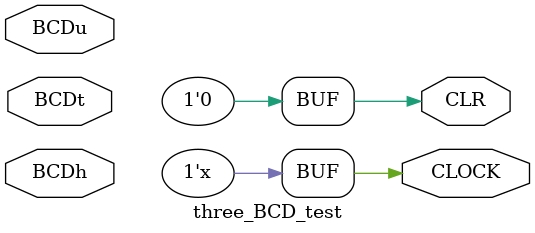
<source format=v>
module three_BCD_test (BCDu, BCDt, BCDh, CLOCK, CLR);
	input [3:0] BCDu, BCDt, BCDh;
	output CLOCK, CLR;
	reg CLOCK, CLR;
	always
		#2 CLOCK = ~CLOCK;//toggle
	initial
	begin
		CLR = 1'b1;  // clear BCD
		CLOCK = 1'b1;
		#4 CLR = 1'b0;
	end
	// monitor the outputs
	initial
		$monitor(" CLR= %b,  BCDh= %d, BCDt= %d, BCDu= %d",CLR, BCDh, BCDt, BCDu);
endmodule
</source>
